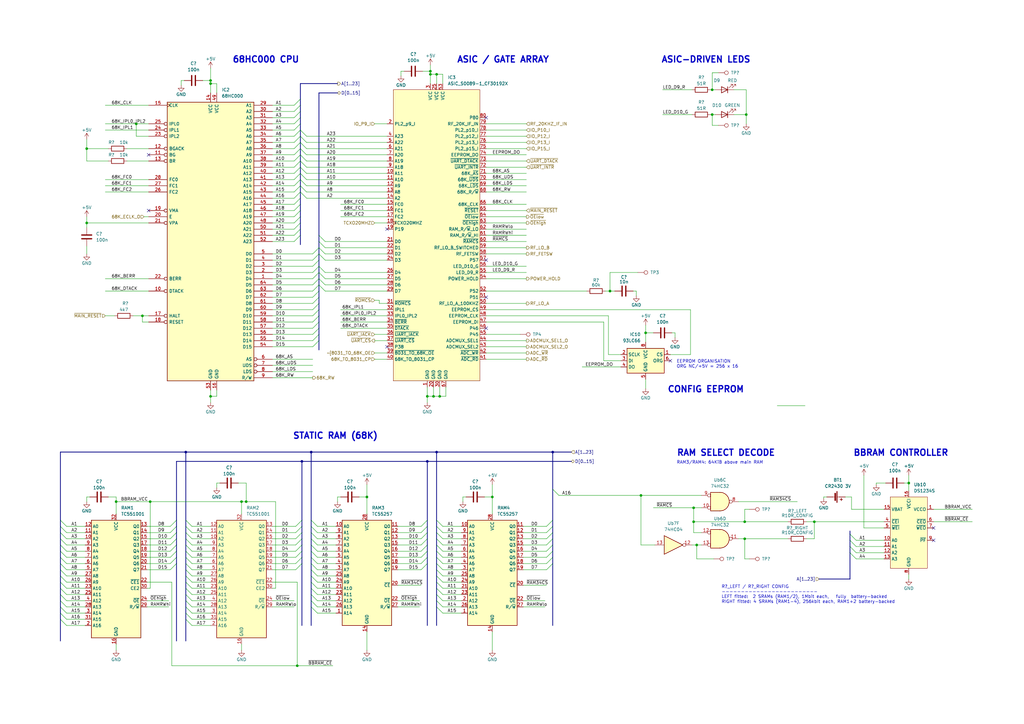
<source format=kicad_sch>
(kicad_sch (version 20211123) (generator eeschema)
  (paper "A3")
  (title_block (title "Datatrak Locator Mk.2 - 68000 CPU and ASIC"))
  (junction (at 372.745 198.12))
  (junction (at 86.36 33.02))
  (junction (at 226.695 185.42))
  (junction (at 76.2 185.42))
  (junction (at 292.1 46.99))
  (junction (at 61.595 205.74))
  (junction (at 86.36 162.56))
  (junction (at 35.56 60.96))
  (junction (at 176.53 29.21))
  (junction (at 55.88 50.8))
  (junction (at 175.26 189.23))
  (junction (at 201.93 203.835))
  (junction (at 177.8 162.56))
  (junction (at 284.48 208.28))
  (junction (at 121.92 273.05))
  (junction (at 123.825 189.23))
  (junction (at 99.06 205.74))
  (junction (at 262.89 203.2))
  (junction (at 150.495 203.835))
  (junction (at 47.625 205.74))
  (junction (at 305.435 220.98))
  (junction (at 58.42 129.54))
  (junction (at 334.01 213.995))
  (junction (at 100.965 205.74))
  (junction (at 127.635 185.42))
  (junction (at 176.53 30.48))
  (junction (at 284.48 213.995))
  (junction (at 175.26 162.56))
  (junction (at 179.07 185.42))
  (junction (at 292.1 36.83))
  (junction (at 285.75 223.52))
  (junction (at 306.07 46.99))
  (junction (at 179.07 30.48))
  (junction (at 86.36 34.29))
  (junction (at 264.795 136.525))
  (junction (at 180.34 162.56))
  (junction (at 305.435 213.995))
  (junction (at 35.56 91.44))
  (junction (at 250.19 119.38))
  (no_connect (at 274.955 147.955))
  (no_connect (at 382.905 216.535))
  (no_connect (at 199.39 106.68))
  (no_connect (at 199.39 48.26))
  (no_connect (at 158.75 142.24))
  (no_connect (at 199.39 134.62))
  (no_connect (at 199.39 121.92))
  (no_connect (at 60.96 86.36))
  (no_connect (at 382.905 221.615))
  (no_connect (at 60.96 63.5))
  (no_connect (at 158.75 93.98))
  (bus_entry (at 24.765 220.98) (size 2.54 2.54))
  (bus_entry (at 130.81 127) (size -2.54 2.54))
  (bus_entry (at 226.695 213.36) (size -2.54 2.54))
  (bus_entry (at 127.635 233.68) (size 2.54 2.54))
  (bus_entry (at 76.2 220.98) (size 2.54 2.54))
  (bus_entry (at 175.26 228.6) (size -2.54 2.54))
  (bus_entry (at 72.39 226.06) (size -2.54 2.54))
  (bus_entry (at 127.635 236.22) (size 2.54 2.54))
  (bus_entry (at 130.81 116.84) (size -2.54 2.54))
  (bus_entry (at 123.19 91.44) (size -2.54 2.54))
  (bus_entry (at 130.81 99.06) (size 2.54 2.54))
  (bus_entry (at 24.765 236.22) (size 2.54 2.54))
  (bus_entry (at 123.19 71.12) (size -2.54 2.54))
  (bus_entry (at 179.07 231.14) (size 2.54 2.54))
  (bus_entry (at 179.07 236.22) (size 2.54 2.54))
  (bus_entry (at 123.19 83.82) (size -2.54 2.54))
  (bus_entry (at 24.765 223.52) (size 2.54 2.54))
  (bus_entry (at 76.2 243.84) (size 2.54 2.54))
  (bus_entry (at 123.825 223.52) (size -2.54 2.54))
  (bus_entry (at 123.825 228.6) (size -2.54 2.54))
  (bus_entry (at 123.19 76.2) (size 2.54 2.54))
  (bus_entry (at 24.765 243.84) (size 2.54 2.54))
  (bus_entry (at 179.07 228.6) (size 2.54 2.54))
  (bus_entry (at 76.2 213.36) (size 2.54 2.54))
  (bus_entry (at 175.26 226.06) (size -2.54 2.54))
  (bus_entry (at 76.2 248.92) (size 2.54 2.54))
  (bus_entry (at 130.81 101.6) (size -2.54 2.54))
  (bus_entry (at 127.635 215.9) (size 2.54 2.54))
  (bus_entry (at 175.26 231.14) (size -2.54 2.54))
  (bus_entry (at 179.07 215.9) (size 2.54 2.54))
  (bus_entry (at 127.635 213.36) (size 2.54 2.54))
  (bus_entry (at 123.19 73.66) (size -2.54 2.54))
  (bus_entry (at 130.81 134.62) (size -2.54 2.54))
  (bus_entry (at 130.81 104.14) (size -2.54 2.54))
  (bus_entry (at 123.825 226.06) (size -2.54 2.54))
  (bus_entry (at 24.765 241.3) (size 2.54 2.54))
  (bus_entry (at 123.19 73.66) (size 2.54 2.54))
  (bus_entry (at 127.635 220.98) (size 2.54 2.54))
  (bus_entry (at 127.635 228.6) (size 2.54 2.54))
  (bus_entry (at 130.81 114.3) (size -2.54 2.54))
  (bus_entry (at 72.39 215.9) (size -2.54 2.54))
  (bus_entry (at 123.19 60.96) (size 2.54 2.54))
  (bus_entry (at 123.19 55.88) (size -2.54 2.54))
  (bus_entry (at 123.19 88.9) (size -2.54 2.54))
  (bus_entry (at 72.39 213.36) (size -2.54 2.54))
  (bus_entry (at 24.765 218.44) (size 2.54 2.54))
  (bus_entry (at 123.19 66.04) (size 2.54 2.54))
  (bus_entry (at 123.19 93.98) (size -2.54 2.54))
  (bus_entry (at 179.07 226.06) (size 2.54 2.54))
  (bus_entry (at 76.2 251.46) (size 2.54 2.54))
  (bus_entry (at 175.26 220.98) (size -2.54 2.54))
  (bus_entry (at 130.81 124.46) (size -2.54 2.54))
  (bus_entry (at 127.635 223.52) (size 2.54 2.54))
  (bus_entry (at 123.19 68.58) (size -2.54 2.54))
  (bus_entry (at 130.81 109.22) (size -2.54 2.54))
  (bus_entry (at 226.695 223.52) (size -2.54 2.54))
  (bus_entry (at 226.695 200.66) (size 2.54 2.54))
  (bus_entry (at 130.81 96.52) (size 2.54 2.54))
  (bus_entry (at 123.19 43.18) (size -2.54 2.54))
  (bus_entry (at 24.765 231.14) (size 2.54 2.54))
  (bus_entry (at 123.825 220.98) (size -2.54 2.54))
  (bus_entry (at 127.635 248.92) (size 2.54 2.54))
  (bus_entry (at 72.39 231.14) (size -2.54 2.54))
  (bus_entry (at 127.635 246.38) (size 2.54 2.54))
  (bus_entry (at 123.19 55.88) (size 2.54 2.54))
  (bus_entry (at 348.615 219.075) (size 2.54 2.54))
  (bus_entry (at 76.2 223.52) (size 2.54 2.54))
  (bus_entry (at 76.2 233.68) (size 2.54 2.54))
  (bus_entry (at 24.765 215.9) (size 2.54 2.54))
  (bus_entry (at 123.19 53.34) (size 2.54 2.54))
  (bus_entry (at 175.26 223.52) (size -2.54 2.54))
  (bus_entry (at 127.635 218.44) (size 2.54 2.54))
  (bus_entry (at 123.19 78.74) (size -2.54 2.54))
  (bus_entry (at 130.81 132.08) (size -2.54 2.54))
  (bus_entry (at 76.2 254) (size 2.54 2.54))
  (bus_entry (at 226.695 231.14) (size -2.54 2.54))
  (bus_entry (at 76.2 246.38) (size 2.54 2.54))
  (bus_entry (at 226.695 215.9) (size -2.54 2.54))
  (bus_entry (at 123.19 81.28) (size -2.54 2.54))
  (bus_entry (at 127.635 238.76) (size 2.54 2.54))
  (bus_entry (at 130.81 137.16) (size -2.54 2.54))
  (bus_entry (at 76.2 228.6) (size 2.54 2.54))
  (bus_entry (at 175.26 213.36) (size -2.54 2.54))
  (bus_entry (at 130.81 129.54) (size -2.54 2.54))
  (bus_entry (at 226.695 220.98) (size -2.54 2.54))
  (bus_entry (at 72.39 218.44) (size -2.54 2.54))
  (bus_entry (at 123.19 60.96) (size -2.54 2.54))
  (bus_entry (at 123.19 63.5) (size 2.54 2.54))
  (bus_entry (at 72.39 223.52) (size -2.54 2.54))
  (bus_entry (at 123.19 53.34) (size -2.54 2.54))
  (bus_entry (at 179.07 238.76) (size 2.54 2.54))
  (bus_entry (at 123.825 213.36) (size -2.54 2.54))
  (bus_entry (at 127.635 226.06) (size 2.54 2.54))
  (bus_entry (at 123.19 58.42) (size -2.54 2.54))
  (bus_entry (at 123.825 218.44) (size -2.54 2.54))
  (bus_entry (at 130.81 111.76) (size 2.54 2.54))
  (bus_entry (at 130.81 114.3) (size 2.54 2.54))
  (bus_entry (at 123.825 231.14) (size -2.54 2.54))
  (bus_entry (at 72.39 220.98) (size -2.54 2.54))
  (bus_entry (at 123.19 58.42) (size 2.54 2.54))
  (bus_entry (at 175.26 218.44) (size -2.54 2.54))
  (bus_entry (at 130.81 116.84) (size 2.54 2.54))
  (bus_entry (at 179.07 241.3) (size 2.54 2.54))
  (bus_entry (at 123.19 96.52) (size -2.54 2.54))
  (bus_entry (at 24.765 228.6) (size 2.54 2.54))
  (bus_entry (at 179.07 218.44) (size 2.54 2.54))
  (bus_entry (at 123.19 76.2) (size -2.54 2.54))
  (bus_entry (at 226.695 218.44) (size -2.54 2.54))
  (bus_entry (at 76.2 231.14) (size 2.54 2.54))
  (bus_entry (at 179.07 223.52) (size 2.54 2.54))
  (bus_entry (at 130.81 119.38) (size -2.54 2.54))
  (bus_entry (at 24.765 251.46) (size 2.54 2.54))
  (bus_entry (at 76.2 238.76) (size 2.54 2.54))
  (bus_entry (at 24.765 213.36) (size 2.54 2.54))
  (bus_entry (at 123.19 40.64) (size -2.54 2.54))
  (bus_entry (at 179.07 220.98) (size 2.54 2.54))
  (bus_entry (at 123.19 45.72) (size -2.54 2.54))
  (bus_entry (at 179.07 233.68) (size 2.54 2.54))
  (bus_entry (at 130.81 139.7) (size -2.54 2.54))
  (bus_entry (at 123.19 48.26) (size -2.54 2.54))
  (bus_entry (at 127.635 241.3) (size 2.54 2.54))
  (bus_entry (at 123.825 215.9) (size -2.54 2.54))
  (bus_entry (at 127.635 243.84) (size 2.54 2.54))
  (bus_entry (at 24.765 248.92) (size 2.54 2.54))
  (bus_entry (at 130.81 111.76) (size -2.54 2.54))
  (bus_entry (at 24.765 246.38) (size 2.54 2.54))
  (bus_entry (at 123.19 78.74) (size 2.54 2.54))
  (bus_entry (at 130.81 101.6) (size 2.54 2.54))
  (bus_entry (at 179.07 246.38) (size 2.54 2.54))
  (bus_entry (at 348.615 224.155) (size 2.54 2.54))
  (bus_entry (at 348.615 221.615) (size 2.54 2.54))
  (bus_entry (at 179.07 243.84) (size 2.54 2.54))
  (bus_entry (at 24.765 238.76) (size 2.54 2.54))
  (bus_entry (at 179.07 213.36) (size 2.54 2.54))
  (bus_entry (at 130.81 106.68) (size -2.54 2.54))
  (bus_entry (at 179.07 248.92) (size 2.54 2.54))
  (bus_entry (at 24.765 254) (size 2.54 2.54))
  (bus_entry (at 24.765 233.68) (size 2.54 2.54))
  (bus_entry (at 76.2 215.9) (size 2.54 2.54))
  (bus_entry (at 226.695 228.6) (size -2.54 2.54))
  (bus_entry (at 127.635 231.14) (size 2.54 2.54))
  (bus_entry (at 123.19 66.04) (size -2.54 2.54))
  (bus_entry (at 72.39 228.6) (size -2.54 2.54))
  (bus_entry (at 130.81 109.22) (size 2.54 2.54))
  (bus_entry (at 226.695 226.06) (size -2.54 2.54))
  (bus_entry (at 123.19 68.58) (size 2.54 2.54))
  (bus_entry (at 130.81 104.14) (size 2.54 2.54))
  (bus_entry (at 175.26 215.9) (size -2.54 2.54))
  (bus_entry (at 76.2 236.22) (size 2.54 2.54))
  (bus_entry (at 24.765 226.06) (size 2.54 2.54))
  (bus_entry (at 123.19 50.8) (size -2.54 2.54))
  (bus_entry (at 76.2 226.06) (size 2.54 2.54))
  (bus_entry (at 123.19 71.12) (size 2.54 2.54))
  (bus_entry (at 130.81 121.92) (size -2.54 2.54))
  (bus_entry (at 123.19 86.36) (size -2.54 2.54))
  (bus_entry (at 348.615 226.695) (size 2.54 2.54))
  (bus_entry (at 123.19 63.5) (size -2.54 2.54))
  (bus_entry (at 76.2 241.3) (size 2.54 2.54))
  (bus_entry (at 76.2 218.44) (size 2.54 2.54))
  (bus (pts (xy 175.26 231.14) (xy 175.26 256.54)))
  (wire (pts (xy 153.67 139.7) (xy 158.75 139.7)))
  (wire (pts (xy 44.45 203.835) (xy 47.625 203.835)))
  (bus (pts (xy 24.765 236.22) (xy 24.765 238.76)))
  (wire (pts (xy 181.61 226.06) (xy 189.23 226.06)))
  (wire (pts (xy 27.305 223.52) (xy 34.925 223.52)))
  (wire (pts (xy 264.795 136.525) (xy 264.795 140.335)))
  (bus (pts (xy 175.26 189.23) (xy 175.26 213.36)))
  (bus (pts (xy 123.825 189.23) (xy 123.825 213.36)))
  (wire (pts (xy 163.195 248.92) (xy 172.085 248.92)))
  (wire (pts (xy 61.595 205.74) (xy 99.06 205.74)))
  (wire (pts (xy 182.88 162.56) (xy 180.34 162.56)))
  (wire (pts (xy 182.88 158.75) (xy 182.88 162.56)))
  (wire (pts (xy 181.61 223.52) (xy 189.23 223.52)))
  (bus (pts (xy 24.765 213.36) (xy 24.765 215.9)))
  (wire (pts (xy 43.18 119.38) (xy 60.96 119.38)))
  (wire (pts (xy 125.73 76.2) (xy 158.75 76.2)))
  (wire (pts (xy 214.63 215.9) (xy 224.155 215.9)))
  (wire (pts (xy 43.18 114.3) (xy 60.96 114.3)))
  (wire (pts (xy 27.305 243.84) (xy 34.925 243.84)))
  (wire (pts (xy 27.305 236.22) (xy 34.925 236.22)))
  (wire (pts (xy 199.39 96.52) (xy 215.9 96.52)))
  (bus (pts (xy 130.81 106.68) (xy 130.81 104.14)))
  (wire (pts (xy 111.76 71.12) (xy 120.65 71.12)))
  (wire (pts (xy 60.325 241.3) (xy 61.595 241.3)))
  (wire (pts (xy 285.75 229.235) (xy 285.75 223.52)))
  (bus (pts (xy 127.635 246.38) (xy 127.635 248.92)))
  (wire (pts (xy 307.34 208.915) (xy 305.435 208.915)))
  (wire (pts (xy 27.305 231.14) (xy 34.925 231.14)))
  (bus (pts (xy 123.19 63.5) (xy 123.19 60.96)))
  (wire (pts (xy 27.305 220.98) (xy 34.925 220.98)))
  (wire (pts (xy 283.21 145.415) (xy 274.955 145.415)))
  (wire (pts (xy 78.74 241.3) (xy 86.36 241.3)))
  (bus (pts (xy 24.765 231.14) (xy 24.765 233.68)))
  (bus (pts (xy 130.81 132.08) (xy 130.81 129.54)))
  (bus (pts (xy 348.615 219.075) (xy 348.615 221.615)))
  (bus (pts (xy 226.695 215.9) (xy 226.695 218.44)))
  (wire (pts (xy 199.39 114.3) (xy 215.9 114.3)))
  (wire (pts (xy 78.74 220.98) (xy 86.36 220.98)))
  (wire (pts (xy 260.985 119.38) (xy 260.985 121.285)))
  (wire (pts (xy 125.73 60.96) (xy 158.75 60.96)))
  (wire (pts (xy 60.325 215.9) (xy 69.85 215.9)))
  (bus (pts (xy 24.765 226.06) (xy 24.765 228.6)))
  (wire (pts (xy 138.43 203.835) (xy 139.7 203.835)))
  (wire (pts (xy 176.53 30.48) (xy 176.53 34.29)))
  (wire (pts (xy 86.36 162.56) (xy 86.36 165.1)))
  (bus (pts (xy 76.2 241.3) (xy 76.2 243.84)))
  (wire (pts (xy 181.61 220.98) (xy 189.23 220.98)))
  (bus (pts (xy 335.915 237.49) (xy 348.615 237.49)))
  (wire (pts (xy 125.73 68.58) (xy 158.75 68.58)))
  (bus (pts (xy 123.825 231.14) (xy 123.825 256.54)))
  (bus (pts (xy 127.635 226.06) (xy 127.635 228.6)))
  (wire (pts (xy 199.39 99.06) (xy 215.9 99.06)))
  (bus (pts (xy 123.19 34.29) (xy 138.43 34.29)))
  (bus (pts (xy 76.2 228.6) (xy 76.2 231.14)))
  (bus (pts (xy 175.26 226.06) (xy 175.26 228.6)))
  (bus (pts (xy 179.07 228.6) (xy 179.07 231.14)))
  (wire (pts (xy 138.43 205.74) (xy 138.43 203.835)))
  (wire (pts (xy 163.195 218.44) (xy 172.72 218.44)))
  (wire (pts (xy 54.61 129.54) (xy 58.42 129.54)))
  (wire (pts (xy 199.39 55.88) (xy 215.9 55.88)))
  (wire (pts (xy 60.325 228.6) (xy 69.85 228.6)))
  (bus (pts (xy 24.765 246.38) (xy 24.765 248.92)))
  (bus (pts (xy 123.19 50.8) (xy 123.19 48.26)))
  (wire (pts (xy 111.76 93.98) (xy 120.65 93.98)))
  (wire (pts (xy 292.1 29.845) (xy 294.64 29.845)))
  (wire (pts (xy 214.63 220.98) (xy 224.155 220.98)))
  (wire (pts (xy 35.56 60.96) (xy 35.56 57.15)))
  (wire (pts (xy 111.76 121.92) (xy 128.27 121.92)))
  (wire (pts (xy 130.175 246.38) (xy 137.795 246.38)))
  (wire (pts (xy 52.07 66.04) (xy 60.96 66.04)))
  (wire (pts (xy 163.195 226.06) (xy 172.72 226.06)))
  (wire (pts (xy 247.65 132.08) (xy 247.65 147.955)))
  (bus (pts (xy 130.81 137.16) (xy 130.81 134.62)))
  (wire (pts (xy 267.97 136.525) (xy 264.795 136.525)))
  (wire (pts (xy 267.97 208.28) (xy 284.48 208.28)))
  (wire (pts (xy 133.35 111.76) (xy 158.75 111.76)))
  (wire (pts (xy 130.175 228.6) (xy 137.795 228.6)))
  (wire (pts (xy 382.905 208.915) (xy 398.78 208.915)))
  (bus (pts (xy 179.07 248.92) (xy 179.07 256.54)))
  (bus (pts (xy 123.19 58.42) (xy 123.19 55.88)))
  (wire (pts (xy 83.185 33.02) (xy 86.36 33.02)))
  (wire (pts (xy 130.175 238.76) (xy 137.795 238.76)))
  (wire (pts (xy 130.175 215.9) (xy 137.795 215.9)))
  (bus (pts (xy 76.2 233.68) (xy 76.2 236.22)))
  (wire (pts (xy 181.61 236.22) (xy 189.23 236.22)))
  (wire (pts (xy 111.76 53.34) (xy 120.65 53.34)))
  (wire (pts (xy 181.61 248.92) (xy 189.23 248.92)))
  (wire (pts (xy 153.67 147.32) (xy 158.75 147.32)))
  (wire (pts (xy 250.19 119.38) (xy 252.095 119.38)))
  (wire (pts (xy 58.42 132.08) (xy 60.96 132.08)))
  (wire (pts (xy 302.895 220.98) (xy 305.435 220.98)))
  (wire (pts (xy 201.93 203.835) (xy 201.93 210.82)))
  (bus (pts (xy 179.07 218.44) (xy 179.07 220.98)))
  (wire (pts (xy 111.76 248.92) (xy 120.65 248.92)))
  (wire (pts (xy 125.73 55.88) (xy 158.75 55.88)))
  (bus (pts (xy 127.635 238.76) (xy 127.635 241.3)))
  (bus (pts (xy 226.695 220.98) (xy 226.695 223.52)))
  (bus (pts (xy 179.07 246.38) (xy 179.07 248.92)))
  (wire (pts (xy 181.61 233.68) (xy 189.23 233.68)))
  (bus (pts (xy 130.81 124.46) (xy 130.81 121.92)))
  (wire (pts (xy 60.96 55.88) (xy 55.88 55.88)))
  (wire (pts (xy 177.8 158.75) (xy 177.8 162.56)))
  (wire (pts (xy 58.42 129.54) (xy 58.42 132.08)))
  (bus (pts (xy 76.2 185.42) (xy 127.635 185.42)))
  (wire (pts (xy 111.76 109.22) (xy 128.27 109.22)))
  (wire (pts (xy 133.35 104.14) (xy 158.75 104.14)))
  (wire (pts (xy 70.485 273.05) (xy 70.485 238.76)))
  (bus (pts (xy 179.07 215.9) (xy 179.07 218.44)))
  (wire (pts (xy 35.56 203.835) (xy 36.83 203.835)))
  (bus (pts (xy 127.635 220.98) (xy 127.635 223.52)))
  (bus (pts (xy 76.2 238.76) (xy 76.2 241.3)))
  (bus (pts (xy 226.695 200.66) (xy 226.695 213.36)))
  (wire (pts (xy 125.73 58.42) (xy 158.75 58.42)))
  (wire (pts (xy 372.745 198.12) (xy 372.745 201.295)))
  (wire (pts (xy 247.65 147.955) (xy 254.635 147.955)))
  (wire (pts (xy 88.9 38.1) (xy 88.9 34.29)))
  (wire (pts (xy 47.625 205.74) (xy 61.595 205.74)))
  (bus (pts (xy 130.81 116.84) (xy 130.81 114.3)))
  (wire (pts (xy 111.76 111.76) (xy 128.27 111.76)))
  (wire (pts (xy 111.76 55.88) (xy 120.65 55.88)))
  (bus (pts (xy 24.765 254) (xy 24.765 262.89)))
  (wire (pts (xy 125.73 66.04) (xy 158.75 66.04)))
  (bus (pts (xy 76.2 243.84) (xy 76.2 246.38)))
  (wire (pts (xy 337.82 203.835) (xy 337.82 204.47)))
  (wire (pts (xy 349.25 203.835) (xy 349.25 208.915)))
  (bus (pts (xy 179.07 220.98) (xy 179.07 223.52)))
  (wire (pts (xy 111.76 96.52) (xy 120.65 96.52)))
  (wire (pts (xy 60.325 233.68) (xy 69.85 233.68)))
  (wire (pts (xy 292.1 46.99) (xy 292.1 51.435)))
  (bus (pts (xy 179.07 243.84) (xy 179.07 246.38)))
  (bus (pts (xy 24.765 233.68) (xy 24.765 236.22)))
  (bus (pts (xy 127.635 185.42) (xy 179.07 185.42)))
  (bus (pts (xy 123.19 45.72) (xy 123.19 43.18)))
  (wire (pts (xy 199.39 127) (xy 283.21 127)))
  (wire (pts (xy 113.03 241.3) (xy 113.03 205.74)))
  (bus (pts (xy 76.2 246.38) (xy 76.2 248.92)))
  (bus (pts (xy 76.2 236.22) (xy 76.2 238.76)))
  (bus (pts (xy 130.81 134.62) (xy 130.81 132.08)))
  (bus (pts (xy 127.635 213.36) (xy 127.635 215.9)))
  (wire (pts (xy 163.195 240.03) (xy 172.72 240.03)))
  (wire (pts (xy 86.36 34.29) (xy 88.9 34.29)))
  (wire (pts (xy 147.32 203.835) (xy 150.495 203.835)))
  (bus (pts (xy 76.2 218.44) (xy 76.2 220.98)))
  (wire (pts (xy 111.76 78.74) (xy 120.65 78.74)))
  (wire (pts (xy 291.465 46.99) (xy 292.1 46.99)))
  (wire (pts (xy 74.295 34.925) (xy 74.295 33.02)))
  (wire (pts (xy 111.76 218.44) (xy 121.285 218.44)))
  (wire (pts (xy 139.7 129.54) (xy 158.75 129.54)))
  (wire (pts (xy 111.76 81.28) (xy 120.65 81.28)))
  (wire (pts (xy 121.92 273.05) (xy 136.525 273.05)))
  (wire (pts (xy 163.195 233.68) (xy 172.72 233.68)))
  (wire (pts (xy 88.9 160.02) (xy 88.9 162.56)))
  (bus (pts (xy 24.765 238.76) (xy 24.765 241.3)))
  (bus (pts (xy 226.695 213.36) (xy 226.695 215.9)))
  (wire (pts (xy 27.305 254) (xy 34.925 254)))
  (wire (pts (xy 100.965 205.74) (xy 99.06 205.74)))
  (bus (pts (xy 127.635 218.44) (xy 127.635 220.98)))
  (wire (pts (xy 214.63 226.06) (xy 224.155 226.06)))
  (wire (pts (xy 283.21 127) (xy 283.21 145.415)))
  (wire (pts (xy 214.63 223.52) (xy 224.155 223.52)))
  (wire (pts (xy 125.73 78.74) (xy 158.75 78.74)))
  (bus (pts (xy 123.825 218.44) (xy 123.825 220.98)))
  (wire (pts (xy 88.9 200.025) (xy 88.9 198.12)))
  (wire (pts (xy 78.74 223.52) (xy 86.36 223.52)))
  (wire (pts (xy 276.86 136.525) (xy 275.59 136.525)))
  (bus (pts (xy 123.825 220.98) (xy 123.825 223.52)))
  (wire (pts (xy 35.56 205.74) (xy 35.56 203.835)))
  (bus (pts (xy 123.19 86.36) (xy 123.19 83.82)))
  (wire (pts (xy 99.06 264.16) (xy 99.06 266.7)))
  (wire (pts (xy 130.175 243.84) (xy 137.795 243.84)))
  (wire (pts (xy 163.195 246.38) (xy 172.085 246.38)))
  (wire (pts (xy 181.61 34.29) (xy 181.61 30.48)))
  (wire (pts (xy 43.18 78.74) (xy 60.96 78.74)))
  (wire (pts (xy 43.18 76.2) (xy 60.96 76.2)))
  (wire (pts (xy 111.76 231.14) (xy 121.285 231.14)))
  (bus (pts (xy 123.19 55.88) (xy 123.19 53.34)))
  (wire (pts (xy 284.48 213.995) (xy 305.435 213.995)))
  (wire (pts (xy 78.74 248.92) (xy 86.36 248.92)))
  (wire (pts (xy 111.76 104.14) (xy 128.27 104.14)))
  (wire (pts (xy 181.61 241.3) (xy 189.23 241.3)))
  (wire (pts (xy 201.93 259.08) (xy 201.93 266.7)))
  (wire (pts (xy 153.67 137.16) (xy 158.75 137.16)))
  (wire (pts (xy 111.76 154.94) (xy 128.27 154.94)))
  (bus (pts (xy 127.635 231.14) (xy 127.635 233.68)))
  (wire (pts (xy 229.235 203.2) (xy 262.89 203.2)))
  (bus (pts (xy 127.635 215.9) (xy 127.635 218.44)))
  (bus (pts (xy 24.765 185.42) (xy 76.2 185.42)))
  (wire (pts (xy 60.325 226.06) (xy 69.85 226.06)))
  (wire (pts (xy 130.175 248.92) (xy 137.795 248.92)))
  (wire (pts (xy 47.625 210.82) (xy 47.625 205.74)))
  (bus (pts (xy 123.19 88.9) (xy 123.19 86.36)))
  (bus (pts (xy 175.26 220.98) (xy 175.26 223.52)))
  (wire (pts (xy 199.39 66.04) (xy 215.9 66.04)))
  (wire (pts (xy 111.76 43.18) (xy 120.65 43.18)))
  (bus (pts (xy 76.2 215.9) (xy 76.2 218.44)))
  (wire (pts (xy 88.9 198.12) (xy 90.17 198.12)))
  (bus (pts (xy 127.635 241.3) (xy 127.635 243.84)))
  (wire (pts (xy 306.07 46.99) (xy 306.07 50.8)))
  (bus (pts (xy 76.2 213.36) (xy 76.2 215.9)))
  (wire (pts (xy 354.33 194.945) (xy 354.33 216.535)))
  (bus (pts (xy 179.07 185.42) (xy 179.07 213.36)))
  (wire (pts (xy 60.96 129.54) (xy 58.42 129.54)))
  (wire (pts (xy 35.56 91.44) (xy 60.96 91.44)))
  (bus (pts (xy 175.26 215.9) (xy 175.26 218.44)))
  (wire (pts (xy 139.7 88.9) (xy 158.75 88.9)))
  (bus (pts (xy 130.81 143.51) (xy 130.81 139.7)))
  (wire (pts (xy 181.61 238.76) (xy 189.23 238.76)))
  (wire (pts (xy 155.575 124.46) (xy 158.75 124.46)))
  (wire (pts (xy 164.465 29.21) (xy 165.735 29.21)))
  (wire (pts (xy 78.74 226.06) (xy 86.36 226.06)))
  (bus (pts (xy 123.825 228.6) (xy 123.825 231.14)))
  (wire (pts (xy 111.76 134.62) (xy 128.27 134.62)))
  (wire (pts (xy 111.76 147.32) (xy 128.27 147.32)))
  (wire (pts (xy 382.905 213.995) (xy 398.78 213.995)))
  (wire (pts (xy 214.63 240.03) (xy 224.155 240.03)))
  (wire (pts (xy 248.285 119.38) (xy 250.19 119.38)))
  (bus (pts (xy 123.19 76.2) (xy 123.19 78.74)))
  (wire (pts (xy 111.76 73.66) (xy 120.65 73.66)))
  (wire (pts (xy 176.53 26.67) (xy 176.53 29.21)))
  (wire (pts (xy 111.76 63.5) (xy 120.65 63.5)))
  (wire (pts (xy 130.175 251.46) (xy 137.795 251.46)))
  (wire (pts (xy 285.75 223.52) (xy 287.655 223.52)))
  (wire (pts (xy 111.76 228.6) (xy 121.285 228.6)))
  (wire (pts (xy 97.79 198.12) (xy 100.965 198.12)))
  (wire (pts (xy 305.435 220.98) (xy 323.215 220.98)))
  (bus (pts (xy 76.2 223.52) (xy 76.2 226.06)))
  (wire (pts (xy 86.36 33.02) (xy 86.36 34.29)))
  (bus (pts (xy 123.19 53.34) (xy 123.19 50.8)))
  (wire (pts (xy 121.92 238.76) (xy 111.76 238.76)))
  (wire (pts (xy 133.35 106.68) (xy 158.75 106.68)))
  (wire (pts (xy 199.39 68.58) (xy 215.9 68.58)))
  (wire (pts (xy 60.325 248.92) (xy 69.215 248.92)))
  (wire (pts (xy 199.39 86.36) (xy 215.9 86.36)))
  (bus (pts (xy 127.635 223.52) (xy 127.635 226.06)))
  (wire (pts (xy 61.595 205.74) (xy 61.595 241.3)))
  (wire (pts (xy 111.76 246.38) (xy 120.65 246.38)))
  (bus (pts (xy 123.19 60.96) (xy 123.19 58.42)))
  (wire (pts (xy 111.76 220.98) (xy 121.285 220.98)))
  (wire (pts (xy 111.76 83.82) (xy 120.65 83.82)))
  (wire (pts (xy 111.76 114.3) (xy 128.27 114.3)))
  (wire (pts (xy 78.74 215.9) (xy 86.36 215.9)))
  (bus (pts (xy 76.2 220.98) (xy 76.2 223.52)))
  (bus (pts (xy 127.635 228.6) (xy 127.635 231.14)))
  (wire (pts (xy 111.76 152.4) (xy 128.27 152.4)))
  (bus (pts (xy 24.765 243.84) (xy 24.765 246.38)))
  (wire (pts (xy 139.7 132.08) (xy 158.75 132.08)))
  (wire (pts (xy 86.36 160.02) (xy 86.36 162.56)))
  (wire (pts (xy 283.845 223.52) (xy 285.75 223.52)))
  (wire (pts (xy 305.435 220.98) (xy 305.435 229.235)))
  (wire (pts (xy 153.67 123.19) (xy 155.575 123.19)))
  (wire (pts (xy 334.01 213.995) (xy 334.01 220.98)))
  (wire (pts (xy 60.325 246.38) (xy 69.215 246.38)))
  (wire (pts (xy 189.865 205.74) (xy 189.865 203.835)))
  (wire (pts (xy 181.61 251.46) (xy 189.23 251.46)))
  (wire (pts (xy 334.01 213.995) (xy 362.585 213.995)))
  (wire (pts (xy 189.865 203.835) (xy 191.135 203.835)))
  (wire (pts (xy 111.76 48.26) (xy 120.65 48.26)))
  (wire (pts (xy 163.195 223.52) (xy 172.72 223.52)))
  (bus (pts (xy 123.19 71.12) (xy 123.19 68.58)))
  (bus (pts (xy 24.765 228.6) (xy 24.765 231.14)))
  (wire (pts (xy 181.61 218.44) (xy 189.23 218.44)))
  (wire (pts (xy 199.39 119.38) (xy 240.665 119.38)))
  (wire (pts (xy 181.61 231.14) (xy 189.23 231.14)))
  (wire (pts (xy 43.18 129.54) (xy 46.99 129.54)))
  (wire (pts (xy 180.34 158.75) (xy 180.34 162.56)))
  (wire (pts (xy 199.39 147.32) (xy 215.9 147.32)))
  (wire (pts (xy 111.76 86.36) (xy 120.65 86.36)))
  (wire (pts (xy 259.715 119.38) (xy 260.985 119.38)))
  (wire (pts (xy 302.895 205.74) (xy 327.025 205.74)))
  (wire (pts (xy 214.63 228.6) (xy 224.155 228.6)))
  (bus (pts (xy 24.765 215.9) (xy 24.765 218.44)))
  (bus (pts (xy 127.635 248.92) (xy 127.635 256.54)))
  (bus (pts (xy 24.765 223.52) (xy 24.765 226.06)))
  (wire (pts (xy 175.26 158.75) (xy 175.26 162.56)))
  (wire (pts (xy 43.18 50.8) (xy 55.88 50.8)))
  (wire (pts (xy 78.74 228.6) (xy 86.36 228.6)))
  (wire (pts (xy 292.1 46.99) (xy 293.37 46.99)))
  (bus (pts (xy 226.695 185.42) (xy 234.315 185.42)))
  (bus (pts (xy 179.07 241.3) (xy 179.07 243.84)))
  (wire (pts (xy 125.73 73.66) (xy 158.75 73.66)))
  (wire (pts (xy 284.48 218.44) (xy 284.48 213.995)))
  (wire (pts (xy 199.39 53.34) (xy 215.9 53.34)))
  (wire (pts (xy 60.325 220.98) (xy 69.85 220.98)))
  (wire (pts (xy 60.325 231.14) (xy 69.85 231.14)))
  (wire (pts (xy 27.305 215.9) (xy 34.925 215.9)))
  (bus (pts (xy 72.39 215.9) (xy 72.39 218.44)))
  (wire (pts (xy 300.99 46.99) (xy 306.07 46.99)))
  (bus (pts (xy 123.825 189.23) (xy 175.26 189.23)))
  (bus (pts (xy 175.26 218.44) (xy 175.26 220.98)))
  (wire (pts (xy 27.305 241.3) (xy 34.925 241.3)))
  (wire (pts (xy 351.155 221.615) (xy 362.585 221.615)))
  (wire (pts (xy 199.39 129.54) (xy 249.555 129.54)))
  (wire (pts (xy 130.175 226.06) (xy 137.795 226.06)))
  (bus (pts (xy 72.39 226.06) (xy 72.39 228.6)))
  (wire (pts (xy 262.89 203.2) (xy 287.655 203.2)))
  (wire (pts (xy 35.56 100.965) (xy 35.56 104.14)))
  (bus (pts (xy 130.81 101.6) (xy 130.81 104.14)))
  (wire (pts (xy 60.325 218.44) (xy 69.85 218.44)))
  (wire (pts (xy 363.22 198.12) (xy 359.41 198.12)))
  (bus (pts (xy 123.19 40.64) (xy 123.19 34.29)))
  (wire (pts (xy 70.485 273.05) (xy 121.92 273.05)))
  (wire (pts (xy 111.76 132.08) (xy 128.27 132.08)))
  (wire (pts (xy 284.48 208.28) (xy 287.655 208.28)))
  (wire (pts (xy 111.76 233.68) (xy 121.285 233.68)))
  (wire (pts (xy 199.39 104.14) (xy 215.9 104.14)))
  (wire (pts (xy 100.965 205.74) (xy 113.03 205.74)))
  (bus (pts (xy 123.19 63.5) (xy 123.19 66.04)))
  (bus (pts (xy 130.81 119.38) (xy 130.81 116.84)))
  (wire (pts (xy 179.07 34.29) (xy 179.07 30.48)))
  (bus (pts (xy 226.695 228.6) (xy 226.695 231.14)))
  (wire (pts (xy 47.625 264.16) (xy 47.625 266.7)))
  (wire (pts (xy 198.755 203.835) (xy 201.93 203.835)))
  (wire (pts (xy 292.735 229.235) (xy 285.75 229.235)))
  (wire (pts (xy 250.19 119.38) (xy 250.19 111.76)))
  (bus (pts (xy 179.07 231.14) (xy 179.07 233.68)))
  (wire (pts (xy 43.18 43.18) (xy 60.96 43.18)))
  (bus (pts (xy 179.07 238.76) (xy 179.07 241.3)))
  (wire (pts (xy 130.175 236.22) (xy 137.795 236.22)))
  (wire (pts (xy 78.74 251.46) (xy 86.36 251.46)))
  (wire (pts (xy 111.76 99.06) (xy 120.65 99.06)))
  (wire (pts (xy 35.56 91.44) (xy 35.56 93.345)))
  (wire (pts (xy 177.8 162.56) (xy 175.26 162.56)))
  (bus (pts (xy 123.19 73.66) (xy 123.19 71.12)))
  (wire (pts (xy 111.76 45.72) (xy 120.65 45.72)))
  (wire (pts (xy 78.74 218.44) (xy 86.36 218.44)))
  (bus (pts (xy 226.695 185.42) (xy 226.695 200.66)))
  (bus (pts (xy 130.81 129.54) (xy 130.81 127)))
  (wire (pts (xy 199.39 78.74) (xy 215.9 78.74)))
  (wire (pts (xy 125.73 71.12) (xy 158.75 71.12)))
  (wire (pts (xy 334.01 220.98) (xy 330.835 220.98)))
  (wire (pts (xy 164.465 31.115) (xy 164.465 29.21)))
  (wire (pts (xy 78.74 246.38) (xy 86.36 246.38)))
  (bus (pts (xy 72.39 189.23) (xy 72.39 213.36)))
  (wire (pts (xy 150.495 259.08) (xy 150.495 266.7)))
  (wire (pts (xy 199.39 93.98) (xy 215.9 93.98)))
  (wire (pts (xy 287.655 218.44) (xy 284.48 218.44)))
  (bus (pts (xy 123.825 215.9) (xy 123.825 218.44)))
  (wire (pts (xy 155.575 123.19) (xy 155.575 124.46)))
  (bus (pts (xy 76.2 251.46) (xy 76.2 254)))
  (bus (pts (xy 24.765 251.46) (xy 24.765 254)))
  (wire (pts (xy 370.84 198.12) (xy 372.745 198.12)))
  (wire (pts (xy 339.09 203.835) (xy 337.82 203.835)))
  (bus (pts (xy 72.39 213.36) (xy 72.39 215.9)))
  (wire (pts (xy 60.325 238.76) (xy 70.485 238.76)))
  (wire (pts (xy 199.39 58.42) (xy 215.9 58.42)))
  (wire (pts (xy 27.305 246.38) (xy 34.925 246.38)))
  (wire (pts (xy 181.61 228.6) (xy 189.23 228.6)))
  (bus (pts (xy 72.39 218.44) (xy 72.39 220.98)))
  (bus (pts (xy 123.19 66.04) (xy 123.19 68.58)))
  (wire (pts (xy 27.305 226.06) (xy 34.925 226.06)))
  (wire (pts (xy 111.76 116.84) (xy 128.27 116.84)))
  (wire (pts (xy 111.76 66.04) (xy 120.65 66.04)))
  (wire (pts (xy 214.63 231.14) (xy 224.155 231.14)))
  (wire (pts (xy 139.7 83.82) (xy 158.75 83.82)))
  (bus (pts (xy 226.695 223.52) (xy 226.695 226.06)))
  (wire (pts (xy 130.175 231.14) (xy 137.795 231.14)))
  (bus (pts (xy 179.07 226.06) (xy 179.07 228.6)))
  (wire (pts (xy 133.35 119.38) (xy 158.75 119.38)))
  (bus (pts (xy 123.825 223.52) (xy 123.825 226.06)))
  (wire (pts (xy 44.45 60.96) (xy 35.56 60.96)))
  (wire (pts (xy 99.06 205.74) (xy 99.06 210.82)))
  (wire (pts (xy 254.635 145.415) (xy 249.555 145.415)))
  (wire (pts (xy 111.76 241.3) (xy 113.03 241.3)))
  (bus (pts (xy 179.07 233.68) (xy 179.07 236.22)))
  (bus (pts (xy 24.765 248.92) (xy 24.765 251.46)))
  (wire (pts (xy 27.305 251.46) (xy 34.925 251.46)))
  (bus (pts (xy 130.81 38.1) (xy 138.43 38.1)))
  (wire (pts (xy 305.435 208.915) (xy 305.435 213.995)))
  (wire (pts (xy 214.63 246.38) (xy 223.52 246.38)))
  (bus (pts (xy 130.81 99.06) (xy 130.81 101.6)))
  (wire (pts (xy 292.1 36.83) (xy 293.37 36.83)))
  (bus (pts (xy 123.825 213.36) (xy 123.825 215.9)))
  (wire (pts (xy 199.39 137.16) (xy 213.36 137.16)))
  (bus (pts (xy 123.825 226.06) (xy 123.825 228.6)))
  (wire (pts (xy 133.35 101.6) (xy 158.75 101.6)))
  (wire (pts (xy 199.39 101.6) (xy 215.9 101.6)))
  (wire (pts (xy 306.07 36.83) (xy 306.07 46.99)))
  (bus (pts (xy 348.615 221.615) (xy 348.615 224.155)))
  (wire (pts (xy 27.305 228.6) (xy 34.925 228.6)))
  (bus (pts (xy 123.19 100.33) (xy 123.19 96.52)))
  (bus (pts (xy 179.07 185.42) (xy 226.695 185.42)))
  (wire (pts (xy 264.795 155.575) (xy 264.795 159.385)))
  (wire (pts (xy 283.845 36.83) (xy 271.78 36.83)))
  (bus (pts (xy 76.2 248.92) (xy 76.2 251.46)))
  (bus (pts (xy 123.19 91.44) (xy 123.19 88.9)))
  (bus (pts (xy 76.2 231.14) (xy 76.2 233.68)))
  (wire (pts (xy 372.745 194.945) (xy 372.745 198.12)))
  (wire (pts (xy 27.305 233.68) (xy 34.925 233.68)))
  (wire (pts (xy 27.305 248.92) (xy 34.925 248.92)))
  (wire (pts (xy 305.435 213.995) (xy 323.215 213.995)))
  (bus (pts (xy 123.19 93.98) (xy 123.19 91.44)))
  (wire (pts (xy 111.76 129.54) (xy 128.27 129.54)))
  (bus (pts (xy 130.81 121.92) (xy 130.81 119.38)))
  (bus (pts (xy 175.26 228.6) (xy 175.26 231.14)))
  (bus (pts (xy 72.39 220.98) (xy 72.39 223.52)))
  (wire (pts (xy 78.74 254) (xy 86.36 254)))
  (wire (pts (xy 238.76 150.495) (xy 254.635 150.495)))
  (bus (pts (xy 179.07 223.52) (xy 179.07 226.06)))
  (bus (pts (xy 72.39 223.52) (xy 72.39 226.06)))
  (wire (pts (xy 130.175 233.68) (xy 137.795 233.68)))
  (bus (pts (xy 123.19 96.52) (xy 123.19 93.98)))
  (wire (pts (xy 264.795 133.35) (xy 264.795 136.525)))
  (wire (pts (xy 163.195 228.6) (xy 172.72 228.6)))
  (bus (pts (xy 130.81 127) (xy 130.81 124.46)))
  (wire (pts (xy 351.155 224.155) (xy 362.585 224.155)))
  (wire (pts (xy 199.39 91.44) (xy 215.9 91.44)))
  (wire (pts (xy 111.76 58.42) (xy 120.65 58.42)))
  (wire (pts (xy 199.39 76.2) (xy 215.9 76.2)))
  (wire (pts (xy 47.625 203.835) (xy 47.625 205.74)))
  (wire (pts (xy 351.155 229.235) (xy 362.585 229.235)))
  (wire (pts (xy 78.74 238.76) (xy 86.36 238.76)))
  (wire (pts (xy 111.76 215.9) (xy 121.285 215.9)))
  (bus (pts (xy 76.2 226.06) (xy 76.2 228.6)))
  (bus (pts (xy 130.81 38.1) (xy 130.81 96.52)))
  (wire (pts (xy 163.195 220.98) (xy 172.72 220.98)))
  (wire (pts (xy 55.88 50.8) (xy 60.96 50.8)))
  (wire (pts (xy 199.39 132.08) (xy 247.65 132.08)))
  (wire (pts (xy 111.76 137.16) (xy 128.27 137.16)))
  (wire (pts (xy 111.76 106.68) (xy 128.27 106.68)))
  (wire (pts (xy 78.74 231.14) (xy 86.36 231.14)))
  (wire (pts (xy 43.18 53.34) (xy 60.96 53.34)))
  (wire (pts (xy 199.39 71.12) (xy 215.9 71.12)))
  (wire (pts (xy 284.48 213.995) (xy 284.48 208.28)))
  (wire (pts (xy 130.175 241.3) (xy 137.795 241.3)))
  (wire (pts (xy 125.73 63.5) (xy 158.75 63.5)))
  (bus (pts (xy 72.39 231.14) (xy 72.39 262.89)))
  (wire (pts (xy 130.175 223.52) (xy 137.795 223.52)))
  (wire (pts (xy 181.61 246.38) (xy 189.23 246.38)))
  (wire (pts (xy 199.39 109.22) (xy 215.9 109.22)))
  (wire (pts (xy 111.76 68.58) (xy 120.65 68.58)))
  (bus (pts (xy 130.81 114.3) (xy 130.81 111.76)))
  (wire (pts (xy 125.73 81.28) (xy 158.75 81.28)))
  (wire (pts (xy 181.61 215.9) (xy 189.23 215.9)))
  (wire (pts (xy 27.305 218.44) (xy 34.925 218.44)))
  (wire (pts (xy 199.39 73.66) (xy 215.9 73.66)))
  (wire (pts (xy 153.67 50.8) (xy 158.75 50.8)))
  (wire (pts (xy 330.835 213.995) (xy 334.01 213.995)))
  (wire (pts (xy 214.63 233.68) (xy 224.155 233.68)))
  (bus (pts (xy 348.615 224.155) (xy 348.615 226.695)))
  (wire (pts (xy 181.61 30.48) (xy 179.07 30.48)))
  (bus (pts (xy 24.765 220.98) (xy 24.765 223.52)))
  (wire (pts (xy 199.39 111.76) (xy 215.9 111.76)))
  (wire (pts (xy 199.39 50.8) (xy 215.9 50.8)))
  (wire (pts (xy 111.76 50.8) (xy 120.65 50.8)))
  (wire (pts (xy 201.93 198.755) (xy 201.93 203.835)))
  (wire (pts (xy 111.76 226.06) (xy 121.285 226.06)))
  (wire (pts (xy 354.33 216.535) (xy 362.585 216.535)))
  (bus (pts (xy 348.615 217.805) (xy 348.615 219.075)))
  (wire (pts (xy 78.74 256.54) (xy 86.36 256.54)))
  (bus (pts (xy 175.26 213.36) (xy 175.26 215.9)))
  (wire (pts (xy 86.36 27.94) (xy 86.36 33.02)))
  (wire (pts (xy 199.39 144.78) (xy 215.9 144.78)))
  (wire (pts (xy 27.305 238.76) (xy 34.925 238.76)))
  (wire (pts (xy 359.41 198.12) (xy 359.41 198.755)))
  (bus (pts (xy 348.615 226.695) (xy 348.615 237.49)))
  (wire (pts (xy 43.18 73.66) (xy 60.96 73.66)))
  (wire (pts (xy 55.88 55.88) (xy 55.88 50.8)))
  (bus (pts (xy 130.81 96.52) (xy 130.81 99.06)))
  (bus (pts (xy 72.39 189.23) (xy 123.825 189.23)))
  (wire (pts (xy 139.7 86.36) (xy 158.75 86.36)))
  (wire (pts (xy 214.63 248.92) (xy 223.52 248.92)))
  (wire (pts (xy 292.1 51.435) (xy 294.64 51.435)))
  (wire (pts (xy 271.78 46.99) (xy 283.845 46.99)))
  (wire (pts (xy 35.56 91.44) (xy 35.56 88.9)))
  (wire (pts (xy 60.325 223.52) (xy 69.85 223.52)))
  (wire (pts (xy 78.74 243.84) (xy 86.36 243.84)))
  (bus (pts (xy 226.695 231.14) (xy 226.695 256.54)))
  (wire (pts (xy 111.76 91.44) (xy 120.65 91.44)))
  (wire (pts (xy 111.76 149.86) (xy 128.27 149.86)))
  (wire (pts (xy 318.77 166.37) (xy 330.2 166.37)))
  (wire (pts (xy 199.39 63.5) (xy 215.9 63.5)))
  (wire (pts (xy 199.39 60.96) (xy 215.9 60.96)))
  (bus (pts (xy 130.81 109.22) (xy 130.81 106.68)))
  (wire (pts (xy 130.175 218.44) (xy 137.795 218.44)))
  (bus (pts (xy 123.19 81.28) (xy 123.19 78.74)))
  (wire (pts (xy 121.92 273.05) (xy 121.92 238.76)))
  (wire (pts (xy 176.53 30.48) (xy 179.07 30.48)))
  (wire (pts (xy 111.76 223.52) (xy 121.285 223.52)))
  (wire (pts (xy 292.1 36.83) (xy 292.1 29.845)))
  (wire (pts (xy 176.53 29.21) (xy 176.53 30.48)))
  (bus (pts (xy 130.81 139.7) (xy 130.81 137.16)))
  (wire (pts (xy 35.56 66.04) (xy 35.56 60.96)))
  (wire (pts (xy 199.39 124.46) (xy 215.9 124.46)))
  (wire (pts (xy 351.155 226.695) (xy 362.585 226.695)))
  (bus (pts (xy 127.635 233.68) (xy 127.635 236.22)))
  (bus (pts (xy 24.765 185.42) (xy 24.765 213.36)))
  (bus (pts (xy 72.39 228.6) (xy 72.39 231.14)))
  (wire (pts (xy 199.39 139.7) (xy 215.9 139.7)))
  (wire (pts (xy 153.67 144.78) (xy 158.75 144.78)))
  (wire (pts (xy 346.71 203.835) (xy 349.25 203.835)))
  (wire (pts (xy 300.99 36.83) (xy 306.07 36.83)))
  (bus (pts (xy 175.26 189.23) (xy 234.315 189.23)))
  (wire (pts (xy 59.055 88.9) (xy 60.96 88.9)))
  (bus (pts (xy 226.695 226.06) (xy 226.695 228.6)))
  (bus (pts (xy 127.635 236.22) (xy 127.635 238.76)))
  (wire (pts (xy 276.86 138.43) (xy 276.86 136.525)))
  (wire (pts (xy 249.555 129.54) (xy 249.555 145.415)))
  (wire (pts (xy 111.76 124.46) (xy 128.27 124.46)))
  (bus (pts (xy 24.765 218.44) (xy 24.765 220.98)))
  (wire (pts (xy 111.76 142.24) (xy 128.27 142.24)))
  (wire (pts (xy 111.76 127) (xy 128.27 127)))
  (bus (pts (xy 123.19 83.82) (xy 123.19 81.28)))
  (wire (pts (xy 268.605 223.52) (xy 262.89 223.52)))
  (wire (pts (xy 111.76 119.38) (xy 128.27 119.38)))
  (wire (pts (xy 78.74 236.22) (xy 86.36 236.22)))
  (wire (pts (xy 111.76 76.2) (xy 120.65 76.2)))
  (wire (pts (xy 173.355 29.21) (xy 176.53 29.21)))
  (bus (pts (xy 76.2 254) (xy 76.2 262.89)))
  (bus (pts (xy 130.81 111.76) (xy 130.81 109.22)))
  (wire (pts (xy 349.25 208.915) (xy 362.585 208.915)))
  (wire (pts (xy 262.89 223.52) (xy 262.89 203.2)))
  (wire (pts (xy 86.36 162.56) (xy 88.9 162.56)))
  (bus (pts (xy 76.2 185.42) (xy 76.2 213.36)))
  (bus (pts (xy 127.635 243.84) (xy 127.635 246.38)))
  (wire (pts (xy 111.76 60.96) (xy 120.65 60.96)))
  (wire (pts (xy 100.965 198.12) (xy 100.965 205.74)))
  (wire (pts (xy 74.295 33.02) (xy 75.565 33.02)))
  (wire (pts (xy 163.195 231.14) (xy 172.72 231.14)))
  (bus (pts (xy 123.19 48.26) (xy 123.19 45.72)))
  (wire (pts (xy 199.39 142.24) (xy 215.9 142.24)))
  (bus (pts (xy 179.07 236.22) (xy 179.07 238.76)))
  (wire (pts (xy 130.175 220.98) (xy 137.795 220.98)))
  (wire (pts (xy 52.07 60.96) (xy 60.96 60.96)))
  (wire (pts (xy 199.39 83.82) (xy 215.9 83.82)))
  (wire (pts (xy 291.465 36.83) (xy 292.1 36.83)))
  (wire (pts (xy 372.745 235.585) (xy 372.745 237.49)))
  (wire (pts (xy 150.495 203.835) (xy 150.495 210.82)))
  (wire (pts (xy 111.76 139.7) (xy 128.27 139.7)))
  (wire (pts (xy 214.63 218.44) (xy 224.155 218.44)))
  (wire (pts (xy 139.7 127) (xy 158.75 127)))
  (bus (pts (xy 127.635 185.42) (xy 127.635 213.36)))
  (wire (pts (xy 133.35 114.3) (xy 158.75 114.3)))
  (bus (pts (xy 123.19 73.66) (xy 123.19 76.2)))
  (wire (pts (xy 111.76 88.9) (xy 120.65 88.9)))
  (wire (pts (xy 180.34 162.56) (xy 177.8 162.56)))
  (wire (pts (xy 181.61 243.84) (xy 189.23 243.84)))
  (wire (pts (xy 86.36 34.29) (xy 86.36 38.1)))
  (wire (pts (xy 150.495 198.755) (xy 150.495 203.835)))
  (wire (pts (xy 175.26 162.56) (xy 175.26 165.1)))
  (wire (pts (xy 153.67 91.44) (xy 158.75 91.44)))
  (bus (pts (xy 175.26 223.52) (xy 175.26 226.06)))
  (wire (pts (xy 250.19 111.76) (xy 261.62 111.76)))
  (wire (pts (xy 133.35 116.84) (xy 158.75 116.84)))
  (bus (pts (xy 123.19 43.18) (xy 123.19 40.64)))
  (wire (pts (xy 27.305 256.54) (xy 34.925 256.54)))
  (wire (pts (xy 139.7 134.62) (xy 158.75 134.62)))
  (bus (pts (xy 226.695 218.44) (xy 226.695 220.98)))
  (wire (pts (xy 44.45 66.04) (xy 35.56 66.04)))
  (wire (pts (xy 133.35 99.06) (xy 158.75 99.06)))
  (wire (pts (xy 307.34 229.235) (xy 305.435 229.235)))
  (bus (pts (xy 179.07 213.36) (xy 179.07 215.9)))
  (wire (pts (xy 163.195 215.9) (xy 172.72 215.9)))
  (wire (pts (xy 78.74 233.68) (xy 86.36 233.68)))
  (wire (pts (xy 199.39 88.9) (xy 215.9 88.9)))
  (bus (pts (xy 24.765 241.3) (xy 24.765 243.84)))
  (text "68HC000 CPU" (at 95.25 26.035 0) (effects (font (size 2.54 2.54) (thickness 0.508) bold) (justify left bottom)))
  (text "STATIC RAM (68K)" (at 120.015 180.34 0) (effects (font (size 2.54 2.54) (thickness 0.508) bold) (justify left bottom)))
  (text "BBRAM CONTROLLER" (at 349.885 187.325 0) (effects (font (size 2.54 2.54) (thickness 0.508) bold) (justify left bottom)))
  (text "ASIC-DRIVEN LEDS" (at 271.145 26.035 0) (effects (font (size 2.54 2.54) (thickness 0.508) bold) (justify left bottom)))
  (text "RAM SELECT DECODE" (at 277.495 187.325 0) (effects (font (size 2.54 2.54) (thickness 0.508) bold) (justify left bottom)))
  (text "CONFIG EEPROM" (at 273.685 161.29 0) (effects (font (size 2.54 2.54) (thickness 0.508) bold) (justify left bottom)))
  (text "ASIC / GATE ARRAY" (at 187.325 26.035 0) (effects (font (size 2.54 2.54) (thickness 0.508) bold) (justify left bottom)))
  (text "EEPROM ORGANISATION\nORG NC/+5V = 256 x 16" (at 277.495 151.13 0) (effects (font (size 1.27 1.27)) (justify left bottom)))
  (text "RAM3/RAM4: 64KiB above main RAM" (at 277.495 190.5 0) (effects (font (size 1.27 1.27)) (justify left bottom)))
  (text "R?_LEFT / R?_RIGHT CONFIG\n-------------------------\nLEFT fitted:  2 SRAMs (RAM1/2), 1Mbit each,   fully  battery-backed\nRIGHT fitted: 4 SRAMs (RAM1-4), 256kbit each, RAM1+2 battery-backed" (at 295.91 247.65 0) (effects (font (size 1.27 1.27)) (justify left bottom)))
  (label "A5" (at 183.515 226.06 0))
  (label "A7" (at 29.21 231.14 0))
  (label "D10" (at 167.64 220.98 0))
  (label "D12" (at 113.03 134.62 0))
  (label "A9" (at 80.645 236.22 0))
  (label "A16" (at 113.03 81.28 0))
  (label "A9" (at 113.03 63.5 0))
  (label "D0" (at 115.57 215.9 0))
  (label "A9" (at 29.21 236.22 0))
  (label "68K_BERR" (at 140.335 132.08 0))
  (label "D1" (at 217.805 218.44 0))
  (label "A6" (at 29.21 228.6 0))
  (label "D3" (at 137.16 106.68 0))
  (label "68K_BERR" (at 45.72 114.3 0))
  (label "A22" (at 133.985 58.42 0))
  (label "A21" (at 133.985 60.96 0))
  (label "D0" (at 217.805 215.9 0))
  (label "D7" (at 217.805 233.68 0))
  (label "D8" (at 64.77 215.9 0))
  (label "A4" (at 352.425 229.235 0))
  (label "D11" (at 167.64 223.52 0))
  (label "A7" (at 113.03 58.42 0))
  (label "D7" (at 137.16 119.38 0))
  (label "BBRAM_VCC" (at 387.35 208.915 0))
  (label "RAMRWhi" (at 164.465 248.92 0))
  (label "68K_UDS" (at 113.03 149.86 0))
  (label "A13" (at 29.21 246.38 0))
  (label "~{OEhigh}" (at 164.465 246.38 0))
  (label "LED_D10_G" (at 271.78 46.99 0))
  (label "A5" (at 113.03 53.34 0))
  (label "A3" (at 113.03 48.26 0))
  (label "~{RAMCS}" (at 269.24 208.28 0))
  (label "A23" (at 113.03 99.06 0))
  (label "A14" (at 183.515 248.92 0))
  (label "A5" (at 132.08 226.06 0))
  (label "A13" (at 183.515 246.38 0))
  (label "D4" (at 113.03 114.3 0))
  (label "D5" (at 113.03 116.84 0))
  (label "A4" (at 29.21 223.52 0))
  (label "~{OElow}" (at 113.03 246.38 0))
  (label "RAMRWhi" (at 201.93 96.52 0))
  (label "D11" (at 113.03 132.08 0))
  (label "LED_D10_G" (at 201.93 109.22 0))
  (label "A18" (at 113.03 86.36 0))
  (label "68K_FC2" (at 45.72 78.74 0))
  (label "~{RAM34CS}" (at 215.9 240.03 0))
  (label "68K_LDS" (at 201.93 76.2 0))
  (label "A14" (at 113.03 76.2 0))
  (label "LED_D9_R" (at 271.78 36.83 0))
  (label "D12" (at 167.64 226.06 0))
  (label "A10" (at 113.03 66.04 0))
  (label "A16" (at 80.645 254 0))
  (label "A2" (at 183.515 218.44 0))
  (label "D5" (at 217.805 228.6 0))
  (label "D12" (at 64.77 226.06 0))
  (label "68K_CLK" (at 201.93 83.82 0))
  (label "D6" (at 137.16 116.84 0))
  (label "68K_IPL1" (at 45.72 53.34 0))
  (label "A20" (at 113.03 91.44 0))
  (label "68K_DTACK" (at 140.335 134.62 0))
  (label "A4" (at 132.08 223.52 0))
  (label "A11" (at 132.08 241.3 0))
  (label "A6" (at 183.515 228.6 0))
  (label "A8" (at 80.645 233.68 0))
  (label "A4" (at 113.03 50.8 0))
  (label "D3" (at 115.57 223.52 0))
  (label "A9" (at 132.08 236.22 0))
  (label "68K_LDS" (at 113.03 152.4 0))
  (label "A10" (at 132.08 238.76 0))
  (label "68K_FC1" (at 45.72 76.2 0))
  (label "A14" (at 132.08 248.92 0))
  (label "A15" (at 29.21 251.46 0))
  (label "A3" (at 183.515 220.98 0))
  (label "A11" (at 113.03 68.58 0))
  (label "D0" (at 137.16 99.06 0))
  (label "A12" (at 132.08 243.84 0))
  (label "LED_D9_R" (at 201.93 111.76 0))
  (label "D4" (at 217.805 226.06 0))
  (label "68K_FC1" (at 140.97 86.36 0))
  (label "A1" (at 132.08 215.9 0))
  (label "RAMRWlo" (at 201.93 93.98 0))
  (label "A13" (at 113.03 73.66 0))
  (label "A17" (at 80.645 256.54 0))
  (label "A10" (at 133.985 73.66 0))
  (label "68K_DTACK" (at 45.72 119.38 0))
  (label "A1" (at 352.425 221.615 0))
  (label "D13" (at 113.03 137.16 0))
  (label "68K_FC0" (at 45.72 73.66 0))
  (label "D1" (at 137.16 101.6 0))
  (label "D10" (at 113.03 129.54 0))
  (label "A8" (at 133.985 78.74 0))
  (label "A11" (at 133.985 71.12 0))
  (label "A12" (at 29.21 243.84 0))
  (label "RAMRWlo" (at 113.03 248.92 0))
  (label "D3" (at 113.03 111.76 0))
  (label "A5" (at 29.21 226.06 0))
  (label "D6" (at 217.805 231.14 0))
  (label "A13" (at 132.08 246.38 0))
  (label "68K_CLK" (at 45.72 43.18 0))
  (label "68K_AS" (at 113.03 147.32 0))
  (label "A17" (at 113.03 83.82 0))
  (label "68K_FC0" (at 140.97 83.82 0))
  (label "A4" (at 183.515 223.52 0))
  (label "68K_AS" (at 201.93 71.12 0))
  (label "EEPROM_DO" (at 201.93 63.5 0))
  (label "~{BBRAM_CE}" (at 387.35 213.995 0))
  (label "A19" (at 113.03 88.9 0))
  (label "~{OElow}" (at 215.9 246.38 0))
  (label "D15" (at 64.77 233.68 0))
  (label "D4" (at 115.57 226.06 0))
  (label "A1" (at 80.645 215.9 0))
  (label "A2" (at 29.21 218.44 0))
  (label "A2" (at 352.425 224.155 0))
  (label "A19" (at 133.985 66.04 0))
  (label "A15" (at 113.03 78.74 0))
  (label "A20" (at 133.985 63.5 0))
  (label "D1" (at 113.03 106.68 0))
  (label "D1" (at 115.57 218.44 0))
  (label "A15" (at 132.08 251.46 0))
  (label "D7" (at 115.57 233.68 0))
  (label "A2" (at 132.08 218.44 0))
  (label "A8" (at 132.08 233.68 0))
  (label "A12" (at 183.515 243.84 0))
  (label "68K_RW" (at 201.93 78.74 0))
  (label "A13" (at 80.645 246.38 0))
  (label "A23" (at 133.985 55.88 0))
  (label "A8" (at 113.03 60.96 0))
  (label "BBRAM_VCC" (at 49.53 205.74 0))
  (label "D2" (at 115.57 220.98 0))
  (label "A1" (at 29.21 215.9 0))
  (label "A6" (at 113.03 55.88 0))
  (label "D0" (at 113.03 104.14 0))
  (label "D6" (at 115.57 231.14 0))
  (label "A14" (at 80.645 248.92 0))
  (label "RAMRWlo" (at 215.9 248.92 0))
  (label "D11" (at 64.77 223.52 0))
  (label "68K_UDS" (at 201.93 73.66 0))
  (label "D13" (at 167.64 228.6 0))
  (label "A17" (at 29.21 256.54 0))
  (label "68K_FC2" (at 140.97 88.9 0))
  (label "A7" (at 183.515 231.14 0))
  (label "A12" (at 80.645 243.84 0))
  (label "A3" (at 80.645 220.98 0))
  (label "D7" (at 113.03 121.92 0))
  (label "A7" (at 132.08 231.14 0))
  (label "A11" (at 80.645 241.3 0))
  (label "D9" (at 64.77 218.44 0))
  (label "D9" (at 167.64 218.44 0))
  (label "A3" (at 352.425 226.695 0))
  (label "A15" (at 80.645 251.46 0))
  (label "~{BBRAM_CE}" (at 126.365 273.05 0))
  (label "A11" (at 29.21 241.3 0))
  (label "A6" (at 80.645 228.6 0))
  (label "A2" (at 113.03 45.72 0))
  (label "68K_IPL0_IPL2" (at 45.72 50.8 0))
  (label "68K_IPL0_IPL2" (at 140.335 129.54 0))
  (label "A9" (at 183.515 236.22 0))
  (label "D2" (at 137.16 104.14 0))
  (label "A16" (at 230.505 203.2 0))
  (label "A6" (at 132.08 228.6 0))
  (label "A7" (at 80.645 231.14 0))
  (label "A12" (at 113.03 71.12 0))
  (label "A11" (at 183.515 241.3 0))
  (label "D14" (at 64.77 231.14 0))
  (label "A10" (at 183.515 238.76 0))
  (label "D3" (at 217.805 223.52 0))
  (label "D2" (at 217.805 220.98 0))
  (label "A21" (at 113.03 93.98 0))
  (label "D8" (at 167.64 215.9 0))
  (label "D9" (at 113.03 127 0))
  (label "A2" (at 80.645 218.44 0))
  (label "D14" (at 167.64 231.14 0))
  (label "D5" (at 137.16 114.3 0))
  (label "68K_RW" (at 113.03 154.94 0))
  (label "D15" (at 167.64 233.68 0))
  (label "D15" (at 113.03 142.24 0))
  (label "D5" (at 115.57 228.6 0))
  (label "A2" (at 133.985 81.28 0))
  (label "A16" (at 29.21 254 0))
  (label "D10" (at 64.77 220.98 0))
  (label "A15" (at 183.515 251.46 0))
  (label "D8" (at 113.03 124.46 0))
  (label "~{RAMCS}" (at 201.93 99.06 0))
  (label "A8" (at 183.515 233.68 0))
  (label "EEPROM_DO" (at 240.03 150.495 0))
  (label "A9" (at 133.985 76.2 0))
  (label "68K_IPL1" (at 140.335 127 0))
  (label "RAMRWhi" (at 61.595 248.92 0))
  (label "~{OEhigh}" (at 61.595 246.38 0))
  (label "A3" (at 29.21 220.98 0))
  (label "D6" (at 113.03 119.38 0))
  (label "A1" (at 183.515 215.9 0))
  (label "A4" (at 80.645 223.52 0))
  (label "D14" (at 113.03 139.7 0))
  (label "A18" (at 133.985 68.58 0))
  (label "A14" (at 29.21 248.92 0))
  (label "A8" (at 29.21 233.68 0))
  (label "A10" (at 29.21 238.76 0))
  (label "D13" (at 64.77 228.6 0))
  (label "~{RAM34CS}" (at 164.465 240.03 0))
  (label "~{RAM34CS}" (at 315.595 205.74 0))
  (label "A10" (at 80.645 238.76 0))
  (label "D2" (at 113.03 109.22 0))
  (label "A1" (at 113.03 43.18 0))
  (label "A5" (at 80.645 226.06 0))
  (label "A3" (at 132.08 220.98 0))
  (label "A22" (at 113.03 96.52 0))
  (label "D4" (at 137.16 111.76 0))
  (hierarchical_label "~{OEhigh}" (shape output) (at 215.9 91.44 0))
  (hierarchical_label "~{ROMCS}" (shape input) (at 153.67 123.19 180))
  (hierarchical_label "ADCMUX_SEL1_O" (shape output) (at 215.9 139.7 0))
  (hierarchical_label "~{MAIN_RESET}" (shape input) (at 215.9 86.36 0))
  (hierarchical_label "IO_P10_I" (shape input) (at 215.9 53.34 0))
  (hierarchical_label "A[1..23]" (shape output) (at 138.43 34.29 0))
  (hierarchical_label "~{UART_INTR}" (shape input) (at 215.9 68.58 0))
  (hierarchical_label "RF_20KHZ_IF_IN" (shape input) (at 215.9 50.8 0))
  (hierarchical_label "RF_LO_A" (shape output) (at 215.9 124.46 0))
  (hierarchical_label "~{UART_CS}" (shape output) (at 153.67 139.7 180))
  (hierarchical_label "~{OElow}" (shape output) (at 215.9 88.9 0))
  (hierarchical_label "ADC_~{RD}" (shape output) (at 215.9 147.32 0))
  (hierarchical_label "~{MAIN_RESET}" (shape input) (at 43.18 129.54 180))
  (hierarchical_label "RF_FETSW" (shape output) (at 215.9 104.14 0))
  (hierarchical_label "IO_P13_I" (shape input) (at 215.9 58.42 0))
  (hierarchical_label "~{UART_DTACK}" (shape input) (at 215.9 66.04 0))
  (hierarchical_label "ADCMUX_SEL2_O" (shape output) (at 215.9 142.24 0))
  (hierarchical_label "68K_TO_8031_CP" (shape input) (at 153.67 147.32 180))
  (hierarchical_label "IO_P15_I" (shape input) (at 215.9 60.96 0))
  (hierarchical_label "IO_P9_I" (shape input) (at 153.67 50.8 180))
  (hierarchical_label "~{8031_TO_68K_OE" (shape input) (at 153.67 144.78 180))
  (hierarchical_label "A[1..23]" (shape input) (at 234.315 185.42 0))
  (hierarchical_label "RF_LO_B" (shape output) (at 215.9 101.6 0))
  (hierarchical_label "A[1..23]" (shape input) (at 335.915 237.49 180))
  (hierarchical_label "68K_RW" (shape output) (at 128.27 154.94 0))
  (hierarchical_label "ADC_~{WR}" (shape output) (at 215.9 144.78 0))
  (hierarchical_label "68K_ECLK_O" (shape input) (at 59.055 88.9 180))
  (hierarchical_label "D[0..15]" (shape bidirectional) (at 138.43 38.1 0))
  (hierarchical_label "IO_P12_I" (shape input) (at 215.9 55.88 0))
  (hierarchical_label "POWER_HOLD" (shape output) (at 215.9 114.3 0))
  (hierarchical_label "TCXO20MHZ" (shape input) (at 153.67 91.44 180))
  (hierarchical_label "~{UART_IACK}" (shape input) (at 153.67 137.16 180))
  (hierarchical_label "D[0..15]" (shape bidirectional) (at 234.315 189.23 0))
  (symbol (lib_id "LocatorMk2:ASIC_S0089-1_CF30192X") (at 179.07 96.52 0) (unit 1)
    (property "Reference" "IC3" (at 183.6294 31.75 0) (effects (justify left)))
    (property "Value" "ASIC_S0089-1_CF30192X" (at 183.6294 34.29 0) (effects (justify left)))
  )
  (symbol (lib_id "Device:C") (at 367.03 198.12 270) (unit 1)
    (property "Reference" "C?" (at 367.03 190.5 90))
    (property "Value" "100n" (at 367.03 193.04 90))
  )
  (symbol (lib_id "Memory_EEPROM:93CxxC") (at 264.795 147.955 0) (mirror y) (unit 1)
    (property "Reference" "IC10" (at 262.7756 137.16 0) (effects (justify left)))
    (property "Value" "93LC66" (at 262.7756 139.7 0) (effects (justify left)))
    (property "Datasheet" "http://ww1.microchip.com/downloads/en/DeviceDoc/20001749K.pdf" (effects hide))
  )
  (symbol (lib_id "Device:R") (at 50.8 129.54 90) (unit 1)
    (property "Reference" "R?" (at 51.435 124.46 90))
    (property "Value" "4k7" (at 50.8 127 90))
  )
  (symbol (lib_id "Device:R") (at 287.655 46.99 90) (unit 1)
    (property "Reference" "R?" (at 287.655 41.91 90))
    (property "Value" "51R" (at 287.655 44.45 90))
  )
  (symbol (lib_id "Device:R") (at 327.025 220.98 90) (unit 1)
    (property "Reference" "R?_RIGHT" (at 327.025 216.535 90))
    (property "Value" "R10R_CONFIG" (at 327.025 218.44 90))
  )
  (symbol (lib_id "power:GND") (at 47.625 266.7 0) (unit 1)
    (property "Reference" "#PWR0162" (effects hide))
    (property "Value" "GND" (at 47.625 270.51 0))
  )
  (symbol (lib_id "Connector:TestPoint") (at 261.62 111.76 270) (unit 1)
    (property "Reference" "TP3" (at 266.7 111.7599 90) (effects (justify left)))
    (property "Value" "TestPoint" (effects hide))
  )
  (symbol (lib_id "Connector:TestPoint") (at 213.36 137.16 270) (unit 1)
    (property "Reference" "TP4" (at 218.44 137.1599 90) (effects (justify left)))
    (property "Value" "TestPoint" (effects hide))
  )
  (symbol (lib_id "power:GND") (at 264.795 159.385 0) (mirror y) (unit 1)
    (property "Reference" "#PWR0173" (effects hide))
    (property "Value" "GND" (at 264.795 163.195 0))
  )
  (symbol (lib_id "74xx:74LS32") (at 295.275 220.98 0) (unit 4) (convert 2)
    (property "Reference" "Ub6" (at 295.275 212.725 0))
    (property "Value" "74HC32" (at 295.275 215.265 0))
    (property "Datasheet" "http://www.ti.com/lit/gpn/sn74LS32" (effects hide))
  )
  (symbol (lib_id "power:GND") (at 201.93 266.7 0) (unit 1)
    (property "Reference" "#PWR0150" (effects hide))
    (property "Value" "GND" (at 201.93 270.51 0))
  )
  (symbol (lib_id "power:GND") (at 138.43 205.74 0) (unit 1)
    (property "Reference" "#PWR0154" (effects hide))
    (property "Value" "GND" (at 138.43 209.55 0))
  )
  (symbol (lib_id "Connector:TestPoint") (at 307.34 229.235 270) (unit 1)
    (property "Reference" "TP?" (at 312.42 229.2349 90) (effects (justify left)))
    (property "Value" "TestPoint" (effects hide))
  )
  (symbol (lib_id "power:GND") (at 88.9 200.025 0) (unit 1)
    (property "Reference" "#PWR0160" (effects hide))
    (property "Value" "GND" (at 88.9 203.835 0))
  )
  (symbol (lib_id "LocatorMk2:DS1234S") (at 372.745 208.915 0) (unit 1)
    (property "Reference" "Ub10" (at 374.7644 198.755 0) (effects (justify left)))
    (property "Value" "DS1234S" (at 374.7644 201.295 0) (effects (justify left)))
  )
  (symbol (lib_id "Device:LED") (at 297.18 46.99 180) (unit 1)
    (property "Reference" "D10" (at 294.005 43.18 0))
    (property "Value" "GREEN" (at 300.355 43.18 0))
  )
  (symbol (lib_id "Device:LED") (at 297.18 36.83 180) (unit 1)
    (property "Reference" "D9" (at 294.005 33.02 0))
    (property "Value" "RED" (at 300.355 33.02 0))
  )
  (symbol (lib_id "Device:R") (at 244.475 119.38 90) (unit 1)
    (property "Reference" "R?" (at 244.475 114.935 90))
    (property "Value" "60k" (at 244.475 116.84 90))
  )
  (symbol (lib_id "power:+5V") (at 35.56 57.15 0) (unit 1)
    (property "Reference" "#PWR0104" (effects hide))
    (property "Value" "+5V" (at 35.56 53.34 0))
  )
  (symbol (lib_id "power:+5V") (at 201.93 198.755 0) (unit 1)
    (property "Reference" "#PWR0152" (effects hide))
    (property "Value" "+5V" (at 201.93 194.945 0))
  )
  (symbol (lib_id "Device:C") (at 194.945 203.835 270) (unit 1)
    (property "Reference" "C?" (at 194.945 197.485 90))
    (property "Value" "100n" (at 194.945 200.025 90))
  )
  (symbol (lib_id "power:GND") (at 306.07 50.8 0) (unit 1)
    (property "Reference" "#PWR0153" (effects hide))
    (property "Value" "GND" (at 306.07 54.61 0))
  )
  (symbol (lib_id "LocatorMk2:TC551001") (at 47.625 232.41 0) (unit 1)
    (property "Reference" "RAM1" (at 49.6444 208.28 0) (effects (justify left)))
    (property "Value" "TC551001" (at 49.6444 210.82 0) (effects (justify left)))
  )
  (symbol (lib_id "74xx:74HC04") (at 276.225 223.52 0) (unit 6)
    (property "Reference" "Ub7" (at 276.225 214.63 0))
    (property "Value" "74HC04" (at 276.225 217.17 0))
    (property "Datasheet" "https://assets.nexperia.com/documents/data-sheet/74HC_HCT04.pdf" (effects hide))
  )
  (symbol (lib_id "CPU_NXP_68000:68000D") (at 86.36 99.06 0) (unit 1)
    (property "Reference" "IC2" (at 90.9194 36.83 0) (effects (justify left)))
    (property "Value" "68HC000" (at 90.9194 39.37 0) (effects (justify left)))
    (property "Footprint" "Package_DIP:DIP-64_W22.86mm" (effects hide))
    (property "Datasheet" "https://www.nxp.com/docs/en/reference-manual/MC68000UM.pdf" (effects hide))
  )
  (symbol (lib_id "Device:C") (at 93.98 198.12 270) (unit 1)
    (property "Reference" "C?" (at 93.98 191.77 90))
    (property "Value" "100n" (at 93.98 194.31 90))
  )
  (symbol (lib_id "Device:C") (at 169.545 29.21 270) (unit 1)
    (property "Reference" "C?" (at 169.545 22.225 90))
    (property "Value" "100n" (at 169.545 24.765 90))
  )
  (symbol (lib_id "power:GND") (at 150.495 266.7 0) (unit 1)
    (property "Reference" "#PWR0149" (effects hide))
    (property "Value" "GND" (at 150.495 270.51 0))
  )
  (symbol (lib_id "power:GND") (at 175.26 165.1 0) (unit 1)
    (property "Reference" "#PWR0169" (effects hide))
    (property "Value" "GND" (at 175.26 168.91 0))
  )
  (symbol (lib_id "Connector:TestPoint") (at 292.735 229.235 270) (unit 1)
    (property "Reference" "TP?" (at 297.815 229.2349 90) (effects (justify left)))
    (property "Value" "TestPoint" (effects hide))
  )
  (symbol (lib_id "power:GND") (at 86.36 165.1 0) (unit 1)
    (property "Reference" "#PWR0107" (effects hide))
    (property "Value" "GND" (at 86.36 168.91 0))
  )
  (symbol (lib_id "Device:C") (at 255.905 119.38 90) (unit 1)
    (property "Reference" "C?" (at 255.905 113.665 90))
    (property "Value" "10n" (at 255.905 115.57 90))
  )
  (symbol (lib_name "TC55257_1") (lib_id "LocatorMk2:TC55257") (at 150.495 232.41 0) (unit 1)
    (property "Reference" "RAM3" (at 152.5144 208.28 0) (effects (justify left)))
    (property "Value" "TC55257" (at 152.5144 210.82 0) (effects (justify left)))
  )
  (symbol (lib_id "Device:C") (at 79.375 33.02 270) (unit 1)
    (property "Reference" "C?" (at 79.375 26.035 90))
    (property "Value" "100n" (at 79.375 28.575 90))
  )
  (symbol (lib_id "power:GND") (at 260.985 121.285 0) (unit 1)
    (property "Reference" "#PWR0172" (effects hide))
    (property "Value" "GND" (at 260.985 125.095 0))
  )
  (symbol (lib_id "power:+5V") (at 176.53 26.67 0) (unit 1)
    (property "Reference" "#PWR0171" (effects hide))
    (property "Value" "+5V" (at 176.53 22.86 0))
  )
  (symbol (lib_id "power:GND") (at 276.86 138.43 0) (mirror y) (unit 1)
    (property "Reference" "#PWR0175" (effects hide))
    (property "Value" "GND" (at 276.86 142.24 0))
  )
  (symbol (lib_id "Connector:TestPoint") (at 307.34 208.915 270) (unit 1)
    (property "Reference" "TP?" (at 312.42 208.9149 90) (effects (justify left)))
    (property "Value" "TestPoint" (effects hide))
  )
  (symbol (lib_id "power:+5V") (at 264.795 133.35 0) (mirror y) (unit 1)
    (property "Reference" "#PWR0174" (effects hide))
    (property "Value" "+5V" (at 264.795 129.54 0))
  )
  (symbol (lib_id "power:+5V") (at 372.745 194.945 0) (unit 1)
    (property "Reference" "#PWR0167" (effects hide))
    (property "Value" "+5V" (at 372.745 191.135 0))
  )
  (symbol (lib_id "Connector:TestPoint") (at 294.64 51.435 270) (unit 1)
    (property "Reference" "TP?" (at 299.72 51.4349 90) (effects (justify left)))
    (property "Value" "TestPoint" (effects hide))
  )
  (symbol (lib_id "Device:C") (at 143.51 203.835 270) (unit 1)
    (property "Reference" "C?" (at 143.51 197.485 90))
    (property "Value" "100n" (at 143.51 200.025 90))
  )
  (symbol (lib_id "power:GND") (at 35.56 104.14 0) (unit 1)
    (property "Reference" "#PWR0158" (effects hide))
    (property "Value" "GND" (at 35.56 107.95 0))
  )
  (symbol (lib_id "power:+5V") (at 35.56 88.9 0) (unit 1)
    (property "Reference" "#PWR0157" (effects hide))
    (property "Value" "+5V" (at 35.56 85.09 0))
  )
  (symbol (lib_id "power:GND") (at 35.56 205.74 0) (unit 1)
    (property "Reference" "#PWR0159" (effects hide))
    (property "Value" "GND" (at 35.56 209.55 0))
  )
  (symbol (lib_id "Connector:TestPoint") (at 294.64 29.845 270) (unit 1)
    (property "Reference" "TP?" (at 299.72 29.8449 90) (effects (justify left)))
    (property "Value" "TestPoint" (effects hide))
  )
  (symbol (lib_id "power:GND") (at 359.41 198.755 0) (unit 1)
    (property "Reference" "#PWR0164" (effects hide))
    (property "Value" "GND" (at 359.41 202.565 0))
  )
  (symbol (lib_id "power:+5V") (at 354.33 194.945 0) (unit 1)
    (property "Reference" "#PWR0165" (effects hide))
    (property "Value" "+5V" (at 354.33 191.135 0))
  )
  (symbol (lib_id "Device:C") (at 271.78 136.525 90) (mirror x) (unit 1)
    (property "Reference" "C?" (at 271.78 129.54 90))
    (property "Value" "100n" (at 271.78 132.08 90))
  )
  (symbol (lib_id "Device:R") (at 327.025 213.995 90) (unit 1)
    (property "Reference" "R?_LEFT" (at 327.025 209.55 90))
    (property "Value" "R10R_CONFIG" (at 327.025 211.455 90))
  )
  (symbol (lib_id "Device:R") (at 48.26 60.96 270) (unit 1)
    (property "Reference" "R?" (at 45.72 58.42 90))
    (property "Value" "10k" (at 50.8 58.42 90))
  )
  (symbol (lib_id "LocatorMk2:TC551001") (at 99.06 232.41 0) (unit 1)
    (property "Reference" "RAM2" (at 101.0794 208.28 0) (effects (justify left)))
    (property "Value" "TC551001" (at 101.0794 210.82 0) (effects (justify left)))
  )
  (symbol (lib_id "power:+5V") (at 150.495 198.755 0) (unit 1)
    (property "Reference" "#PWR0155" (effects hide))
    (property "Value" "+5V" (at 150.495 194.945 0))
  )
  (symbol (lib_id "power:GND") (at 74.295 34.925 0) (unit 1)
    (property "Reference" "#PWR0156" (effects hide))
    (property "Value" "GND" (at 74.295 38.735 0))
  )
  (symbol (lib_id "Device:R") (at 48.26 66.04 90) (unit 1)
    (property "Reference" "R?" (at 45.72 63.5 90))
    (property "Value" "10k" (at 50.8 63.5 90))
  )
  (symbol (lib_id "power:GND") (at 164.465 31.115 0) (unit 1)
    (property "Reference" "#PWR0170" (effects hide))
    (property "Value" "GND" (at 164.465 34.925 0))
  )
  (symbol (lib_id "power:GND") (at 189.865 205.74 0) (unit 1)
    (property "Reference" "#PWR0151" (effects hide))
    (property "Value" "GND" (at 189.865 209.55 0))
  )
  (symbol (lib_id "74xx:74LS32") (at 295.275 205.74 0) (unit 3) (convert 2)
    (property "Reference" "Ub6" (at 295.275 196.85 0))
    (property "Value" "74HC32" (at 295.275 199.39 0))
    (property "Datasheet" "http://www.ti.com/lit/gpn/sn74LS32" (effects hide))
  )
  (symbol (lib_id "Device:R") (at 287.655 36.83 90) (unit 1)
    (property "Reference" "R?" (at 287.655 31.75 90))
    (property "Value" "51R" (at 287.655 34.29 90))
  )
  (symbol (lib_id "power:GND") (at 337.82 204.47 0) (unit 1)
    (property "Reference" "#PWR0166" (effects hide))
    (property "Value" "GND" (at 337.82 208.28 0))
  )
  (symbol (lib_id "Device:C") (at 35.56 97.155 0) (unit 1)
    (property "Reference" "C?" (at 39.37 95.8849 0) (effects (justify left)))
    (property "Value" "100n" (at 39.37 98.4249 0) (effects (justify left)))
  )
  (symbol (lib_id "power:GND") (at 372.745 237.49 0) (unit 1)
    (property "Reference" "#PWR0168" (effects hide))
    (property "Value" "GND" (at 372.745 241.3 0))
  )
  (symbol (lib_id "LocatorMk2:TC55257") (at 201.93 232.41 0) (unit 1)
    (property "Reference" "RAM4" (at 203.9494 208.28 0) (effects (justify left)))
    (property "Value" "TC55257" (at 203.9494 210.82 0) (effects (justify left)))
  )
  (symbol (lib_id "Device:Battery_Cell") (at 341.63 203.835 270) (unit 1)
    (property "Reference" "BT1" (at 343.662 196.85 90))
    (property "Value" "CR2430 3V" (at 343.662 199.39 90))
  )
  (symbol (lib_id "power:GND") (at 99.06 266.7 0) (unit 1)
    (property "Reference" "#PWR0161" (effects hide))
    (property "Value" "GND" (at 99.06 270.51 0))
  )
  (symbol (lib_id "power:+5V") (at 86.36 27.94 0) (unit 1)
    (property "Reference" "#PWR0106" (effects hide))
    (property "Value" "+5V" (at 86.36 24.13 0))
  )
  (symbol (lib_id "Device:C") (at 40.64 203.835 270) (unit 1)
    (property "Reference" "C?" (at 40.64 197.485 90))
    (property "Value" "100n" (at 40.64 200.025 90))
  )
)
</source>
